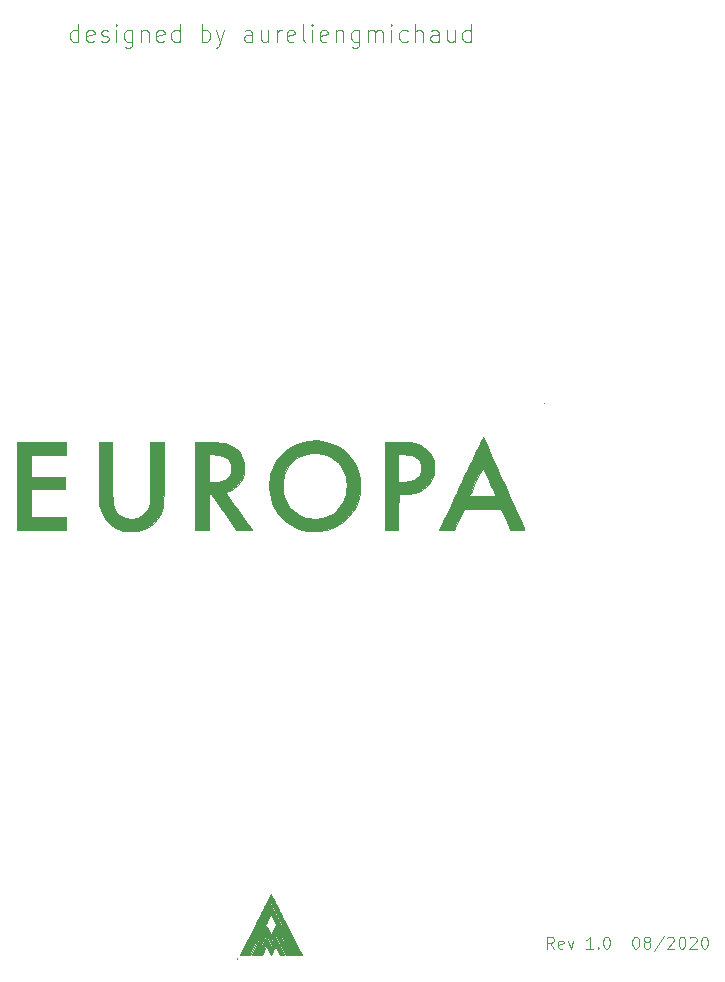
<source format=gto>
G04 #@! TF.GenerationSoftware,KiCad,Pcbnew,(5.1.6)-1*
G04 #@! TF.CreationDate,2020-08-20T21:51:45+02:00*
G04 #@! TF.ProjectId,europa,6575726f-7061-42e6-9b69-6361645f7063,rev?*
G04 #@! TF.SameCoordinates,Original*
G04 #@! TF.FileFunction,Legend,Top*
G04 #@! TF.FilePolarity,Positive*
%FSLAX46Y46*%
G04 Gerber Fmt 4.6, Leading zero omitted, Abs format (unit mm)*
G04 Created by KiCad (PCBNEW (5.1.6)-1) date 2020-08-20 21:51:45*
%MOMM*%
%LPD*%
G01*
G04 APERTURE LIST*
%ADD10C,0.100000*%
%ADD11C,0.125000*%
%ADD12C,0.010000*%
%ADD13C,1.702000*%
%ADD14R,1.702000X1.702000*%
%ADD15C,4.089800*%
%ADD16C,1.852000*%
%ADD17O,1.702000X1.702000*%
G04 APERTURE END LIST*
D10*
X133485714Y-133008630D02*
X133152380Y-132532440D01*
X132914285Y-133008630D02*
X132914285Y-132008630D01*
X133295238Y-132008630D01*
X133390476Y-132056250D01*
X133438095Y-132103869D01*
X133485714Y-132199107D01*
X133485714Y-132341964D01*
X133438095Y-132437202D01*
X133390476Y-132484821D01*
X133295238Y-132532440D01*
X132914285Y-132532440D01*
X134295238Y-132961011D02*
X134200000Y-133008630D01*
X134009523Y-133008630D01*
X133914285Y-132961011D01*
X133866666Y-132865773D01*
X133866666Y-132484821D01*
X133914285Y-132389583D01*
X134009523Y-132341964D01*
X134200000Y-132341964D01*
X134295238Y-132389583D01*
X134342857Y-132484821D01*
X134342857Y-132580059D01*
X133866666Y-132675297D01*
X134676190Y-132341964D02*
X134914285Y-133008630D01*
X135152380Y-132341964D01*
X136819047Y-133008630D02*
X136247619Y-133008630D01*
X136533333Y-133008630D02*
X136533333Y-132008630D01*
X136438095Y-132151488D01*
X136342857Y-132246726D01*
X136247619Y-132294345D01*
X137247619Y-132913392D02*
X137295238Y-132961011D01*
X137247619Y-133008630D01*
X137200000Y-132961011D01*
X137247619Y-132913392D01*
X137247619Y-133008630D01*
X137914285Y-132008630D02*
X138009523Y-132008630D01*
X138104761Y-132056250D01*
X138152380Y-132103869D01*
X138200000Y-132199107D01*
X138247619Y-132389583D01*
X138247619Y-132627678D01*
X138200000Y-132818154D01*
X138152380Y-132913392D01*
X138104761Y-132961011D01*
X138009523Y-133008630D01*
X137914285Y-133008630D01*
X137819047Y-132961011D01*
X137771428Y-132913392D01*
X137723809Y-132818154D01*
X137676190Y-132627678D01*
X137676190Y-132389583D01*
X137723809Y-132199107D01*
X137771428Y-132103869D01*
X137819047Y-132056250D01*
X137914285Y-132008630D01*
X140390476Y-132008630D02*
X140485714Y-132008630D01*
X140580952Y-132056250D01*
X140628571Y-132103869D01*
X140676190Y-132199107D01*
X140723809Y-132389583D01*
X140723809Y-132627678D01*
X140676190Y-132818154D01*
X140628571Y-132913392D01*
X140580952Y-132961011D01*
X140485714Y-133008630D01*
X140390476Y-133008630D01*
X140295238Y-132961011D01*
X140247619Y-132913392D01*
X140200000Y-132818154D01*
X140152380Y-132627678D01*
X140152380Y-132389583D01*
X140200000Y-132199107D01*
X140247619Y-132103869D01*
X140295238Y-132056250D01*
X140390476Y-132008630D01*
X141295238Y-132437202D02*
X141200000Y-132389583D01*
X141152380Y-132341964D01*
X141104761Y-132246726D01*
X141104761Y-132199107D01*
X141152380Y-132103869D01*
X141200000Y-132056250D01*
X141295238Y-132008630D01*
X141485714Y-132008630D01*
X141580952Y-132056250D01*
X141628571Y-132103869D01*
X141676190Y-132199107D01*
X141676190Y-132246726D01*
X141628571Y-132341964D01*
X141580952Y-132389583D01*
X141485714Y-132437202D01*
X141295238Y-132437202D01*
X141200000Y-132484821D01*
X141152380Y-132532440D01*
X141104761Y-132627678D01*
X141104761Y-132818154D01*
X141152380Y-132913392D01*
X141200000Y-132961011D01*
X141295238Y-133008630D01*
X141485714Y-133008630D01*
X141580952Y-132961011D01*
X141628571Y-132913392D01*
X141676190Y-132818154D01*
X141676190Y-132627678D01*
X141628571Y-132532440D01*
X141580952Y-132484821D01*
X141485714Y-132437202D01*
X142819047Y-131961011D02*
X141961904Y-133246726D01*
X143104761Y-132103869D02*
X143152380Y-132056250D01*
X143247619Y-132008630D01*
X143485714Y-132008630D01*
X143580952Y-132056250D01*
X143628571Y-132103869D01*
X143676190Y-132199107D01*
X143676190Y-132294345D01*
X143628571Y-132437202D01*
X143057142Y-133008630D01*
X143676190Y-133008630D01*
X144295238Y-132008630D02*
X144390476Y-132008630D01*
X144485714Y-132056250D01*
X144533333Y-132103869D01*
X144580952Y-132199107D01*
X144628571Y-132389583D01*
X144628571Y-132627678D01*
X144580952Y-132818154D01*
X144533333Y-132913392D01*
X144485714Y-132961011D01*
X144390476Y-133008630D01*
X144295238Y-133008630D01*
X144200000Y-132961011D01*
X144152380Y-132913392D01*
X144104761Y-132818154D01*
X144057142Y-132627678D01*
X144057142Y-132389583D01*
X144104761Y-132199107D01*
X144152380Y-132103869D01*
X144200000Y-132056250D01*
X144295238Y-132008630D01*
X145009523Y-132103869D02*
X145057142Y-132056250D01*
X145152380Y-132008630D01*
X145390476Y-132008630D01*
X145485714Y-132056250D01*
X145533333Y-132103869D01*
X145580952Y-132199107D01*
X145580952Y-132294345D01*
X145533333Y-132437202D01*
X144961904Y-133008630D01*
X145580952Y-133008630D01*
X146200000Y-132008630D02*
X146295238Y-132008630D01*
X146390476Y-132056250D01*
X146438095Y-132103869D01*
X146485714Y-132199107D01*
X146533333Y-132389583D01*
X146533333Y-132627678D01*
X146485714Y-132818154D01*
X146438095Y-132913392D01*
X146390476Y-132961011D01*
X146295238Y-133008630D01*
X146200000Y-133008630D01*
X146104761Y-132961011D01*
X146057142Y-132913392D01*
X146009523Y-132818154D01*
X145961904Y-132627678D01*
X145961904Y-132389583D01*
X146009523Y-132199107D01*
X146057142Y-132103869D01*
X146104761Y-132056250D01*
X146200000Y-132008630D01*
D11*
X93251785Y-56241071D02*
X93251785Y-54741071D01*
X93251785Y-56169642D02*
X93108928Y-56241071D01*
X92823214Y-56241071D01*
X92680357Y-56169642D01*
X92608928Y-56098214D01*
X92537500Y-55955357D01*
X92537500Y-55526785D01*
X92608928Y-55383928D01*
X92680357Y-55312500D01*
X92823214Y-55241071D01*
X93108928Y-55241071D01*
X93251785Y-55312500D01*
X94537500Y-56169642D02*
X94394642Y-56241071D01*
X94108928Y-56241071D01*
X93966071Y-56169642D01*
X93894642Y-56026785D01*
X93894642Y-55455357D01*
X93966071Y-55312500D01*
X94108928Y-55241071D01*
X94394642Y-55241071D01*
X94537500Y-55312500D01*
X94608928Y-55455357D01*
X94608928Y-55598214D01*
X93894642Y-55741071D01*
X95180357Y-56169642D02*
X95323214Y-56241071D01*
X95608928Y-56241071D01*
X95751785Y-56169642D01*
X95823214Y-56026785D01*
X95823214Y-55955357D01*
X95751785Y-55812500D01*
X95608928Y-55741071D01*
X95394642Y-55741071D01*
X95251785Y-55669642D01*
X95180357Y-55526785D01*
X95180357Y-55455357D01*
X95251785Y-55312500D01*
X95394642Y-55241071D01*
X95608928Y-55241071D01*
X95751785Y-55312500D01*
X96466071Y-56241071D02*
X96466071Y-55241071D01*
X96466071Y-54741071D02*
X96394642Y-54812500D01*
X96466071Y-54883928D01*
X96537500Y-54812500D01*
X96466071Y-54741071D01*
X96466071Y-54883928D01*
X97823214Y-55241071D02*
X97823214Y-56455357D01*
X97751785Y-56598214D01*
X97680357Y-56669642D01*
X97537500Y-56741071D01*
X97323214Y-56741071D01*
X97180357Y-56669642D01*
X97823214Y-56169642D02*
X97680357Y-56241071D01*
X97394642Y-56241071D01*
X97251785Y-56169642D01*
X97180357Y-56098214D01*
X97108928Y-55955357D01*
X97108928Y-55526785D01*
X97180357Y-55383928D01*
X97251785Y-55312500D01*
X97394642Y-55241071D01*
X97680357Y-55241071D01*
X97823214Y-55312500D01*
X98537500Y-55241071D02*
X98537500Y-56241071D01*
X98537500Y-55383928D02*
X98608928Y-55312500D01*
X98751785Y-55241071D01*
X98966071Y-55241071D01*
X99108928Y-55312500D01*
X99180357Y-55455357D01*
X99180357Y-56241071D01*
X100466071Y-56169642D02*
X100323214Y-56241071D01*
X100037500Y-56241071D01*
X99894642Y-56169642D01*
X99823214Y-56026785D01*
X99823214Y-55455357D01*
X99894642Y-55312500D01*
X100037500Y-55241071D01*
X100323214Y-55241071D01*
X100466071Y-55312500D01*
X100537500Y-55455357D01*
X100537500Y-55598214D01*
X99823214Y-55741071D01*
X101823214Y-56241071D02*
X101823214Y-54741071D01*
X101823214Y-56169642D02*
X101680357Y-56241071D01*
X101394642Y-56241071D01*
X101251785Y-56169642D01*
X101180357Y-56098214D01*
X101108928Y-55955357D01*
X101108928Y-55526785D01*
X101180357Y-55383928D01*
X101251785Y-55312500D01*
X101394642Y-55241071D01*
X101680357Y-55241071D01*
X101823214Y-55312500D01*
X103680357Y-56241071D02*
X103680357Y-54741071D01*
X103680357Y-55312500D02*
X103823214Y-55241071D01*
X104108928Y-55241071D01*
X104251785Y-55312500D01*
X104323214Y-55383928D01*
X104394642Y-55526785D01*
X104394642Y-55955357D01*
X104323214Y-56098214D01*
X104251785Y-56169642D01*
X104108928Y-56241071D01*
X103823214Y-56241071D01*
X103680357Y-56169642D01*
X104894642Y-55241071D02*
X105251785Y-56241071D01*
X105608928Y-55241071D02*
X105251785Y-56241071D01*
X105108928Y-56598214D01*
X105037500Y-56669642D01*
X104894642Y-56741071D01*
X107966071Y-56241071D02*
X107966071Y-55455357D01*
X107894642Y-55312500D01*
X107751785Y-55241071D01*
X107466071Y-55241071D01*
X107323214Y-55312500D01*
X107966071Y-56169642D02*
X107823214Y-56241071D01*
X107466071Y-56241071D01*
X107323214Y-56169642D01*
X107251785Y-56026785D01*
X107251785Y-55883928D01*
X107323214Y-55741071D01*
X107466071Y-55669642D01*
X107823214Y-55669642D01*
X107966071Y-55598214D01*
X109323214Y-55241071D02*
X109323214Y-56241071D01*
X108680357Y-55241071D02*
X108680357Y-56026785D01*
X108751785Y-56169642D01*
X108894642Y-56241071D01*
X109108928Y-56241071D01*
X109251785Y-56169642D01*
X109323214Y-56098214D01*
X110037500Y-56241071D02*
X110037500Y-55241071D01*
X110037500Y-55526785D02*
X110108928Y-55383928D01*
X110180357Y-55312500D01*
X110323214Y-55241071D01*
X110466071Y-55241071D01*
X111537500Y-56169642D02*
X111394642Y-56241071D01*
X111108928Y-56241071D01*
X110966071Y-56169642D01*
X110894642Y-56026785D01*
X110894642Y-55455357D01*
X110966071Y-55312500D01*
X111108928Y-55241071D01*
X111394642Y-55241071D01*
X111537500Y-55312500D01*
X111608928Y-55455357D01*
X111608928Y-55598214D01*
X110894642Y-55741071D01*
X112466071Y-56241071D02*
X112323214Y-56169642D01*
X112251785Y-56026785D01*
X112251785Y-54741071D01*
X113037500Y-56241071D02*
X113037500Y-55241071D01*
X113037500Y-54741071D02*
X112966071Y-54812500D01*
X113037500Y-54883928D01*
X113108928Y-54812500D01*
X113037500Y-54741071D01*
X113037500Y-54883928D01*
X114323214Y-56169642D02*
X114180357Y-56241071D01*
X113894642Y-56241071D01*
X113751785Y-56169642D01*
X113680357Y-56026785D01*
X113680357Y-55455357D01*
X113751785Y-55312500D01*
X113894642Y-55241071D01*
X114180357Y-55241071D01*
X114323214Y-55312500D01*
X114394642Y-55455357D01*
X114394642Y-55598214D01*
X113680357Y-55741071D01*
X115037500Y-55241071D02*
X115037500Y-56241071D01*
X115037500Y-55383928D02*
X115108928Y-55312500D01*
X115251785Y-55241071D01*
X115466071Y-55241071D01*
X115608928Y-55312500D01*
X115680357Y-55455357D01*
X115680357Y-56241071D01*
X117037500Y-55241071D02*
X117037500Y-56455357D01*
X116966071Y-56598214D01*
X116894642Y-56669642D01*
X116751785Y-56741071D01*
X116537500Y-56741071D01*
X116394642Y-56669642D01*
X117037500Y-56169642D02*
X116894642Y-56241071D01*
X116608928Y-56241071D01*
X116466071Y-56169642D01*
X116394642Y-56098214D01*
X116323214Y-55955357D01*
X116323214Y-55526785D01*
X116394642Y-55383928D01*
X116466071Y-55312500D01*
X116608928Y-55241071D01*
X116894642Y-55241071D01*
X117037500Y-55312500D01*
X117751785Y-56241071D02*
X117751785Y-55241071D01*
X117751785Y-55383928D02*
X117823214Y-55312500D01*
X117966071Y-55241071D01*
X118180357Y-55241071D01*
X118323214Y-55312500D01*
X118394642Y-55455357D01*
X118394642Y-56241071D01*
X118394642Y-55455357D02*
X118466071Y-55312500D01*
X118608928Y-55241071D01*
X118823214Y-55241071D01*
X118966071Y-55312500D01*
X119037500Y-55455357D01*
X119037500Y-56241071D01*
X119751785Y-56241071D02*
X119751785Y-55241071D01*
X119751785Y-54741071D02*
X119680357Y-54812500D01*
X119751785Y-54883928D01*
X119823214Y-54812500D01*
X119751785Y-54741071D01*
X119751785Y-54883928D01*
X121108928Y-56169642D02*
X120966071Y-56241071D01*
X120680357Y-56241071D01*
X120537500Y-56169642D01*
X120466071Y-56098214D01*
X120394642Y-55955357D01*
X120394642Y-55526785D01*
X120466071Y-55383928D01*
X120537500Y-55312500D01*
X120680357Y-55241071D01*
X120966071Y-55241071D01*
X121108928Y-55312500D01*
X121751785Y-56241071D02*
X121751785Y-54741071D01*
X122394642Y-56241071D02*
X122394642Y-55455357D01*
X122323214Y-55312500D01*
X122180357Y-55241071D01*
X121966071Y-55241071D01*
X121823214Y-55312500D01*
X121751785Y-55383928D01*
X123751785Y-56241071D02*
X123751785Y-55455357D01*
X123680357Y-55312500D01*
X123537500Y-55241071D01*
X123251785Y-55241071D01*
X123108928Y-55312500D01*
X123751785Y-56169642D02*
X123608928Y-56241071D01*
X123251785Y-56241071D01*
X123108928Y-56169642D01*
X123037500Y-56026785D01*
X123037500Y-55883928D01*
X123108928Y-55741071D01*
X123251785Y-55669642D01*
X123608928Y-55669642D01*
X123751785Y-55598214D01*
X125108928Y-55241071D02*
X125108928Y-56241071D01*
X124466071Y-55241071D02*
X124466071Y-56026785D01*
X124537500Y-56169642D01*
X124680357Y-56241071D01*
X124894642Y-56241071D01*
X125037500Y-56169642D01*
X125108928Y-56098214D01*
X126466071Y-56241071D02*
X126466071Y-54741071D01*
X126466071Y-56169642D02*
X126323214Y-56241071D01*
X126037500Y-56241071D01*
X125894642Y-56169642D01*
X125823214Y-56098214D01*
X125751785Y-55955357D01*
X125751785Y-55526785D01*
X125823214Y-55383928D01*
X125894642Y-55312500D01*
X126037500Y-55241071D01*
X126323214Y-55241071D01*
X126466071Y-55312500D01*
D12*
G36*
X106655577Y-133853116D02*
G01*
X106653135Y-133855558D01*
X106650693Y-133853116D01*
X106653135Y-133850673D01*
X106655577Y-133853116D01*
G37*
X106655577Y-133853116D02*
X106653135Y-133855558D01*
X106650693Y-133853116D01*
X106653135Y-133850673D01*
X106655577Y-133853116D01*
G36*
X109542706Y-128376010D02*
G01*
X109549167Y-128388893D01*
X109559756Y-128410033D01*
X109574353Y-128439191D01*
X109592839Y-128476126D01*
X109615092Y-128520599D01*
X109640994Y-128572369D01*
X109670423Y-128631197D01*
X109703261Y-128696841D01*
X109739386Y-128769062D01*
X109778678Y-128847620D01*
X109821018Y-128932275D01*
X109866286Y-129022786D01*
X109914361Y-129118914D01*
X109965123Y-129220418D01*
X110018452Y-129327058D01*
X110074228Y-129438594D01*
X110132332Y-129554786D01*
X110192642Y-129675394D01*
X110255039Y-129800177D01*
X110319403Y-129928896D01*
X110385613Y-130061310D01*
X110453550Y-130197180D01*
X110523094Y-130336264D01*
X110594124Y-130478324D01*
X110666520Y-130623118D01*
X110740162Y-130770407D01*
X110814930Y-130919951D01*
X110838718Y-130967529D01*
X112136117Y-133562481D01*
X111772203Y-133562481D01*
X110658515Y-131334729D01*
X110588965Y-131195614D01*
X110520501Y-131058692D01*
X110453255Y-130924222D01*
X110387355Y-130792463D01*
X110322933Y-130663676D01*
X110260118Y-130538120D01*
X110199039Y-130416053D01*
X110139828Y-130297736D01*
X110082614Y-130183428D01*
X110027526Y-130073389D01*
X109974695Y-129967877D01*
X109924251Y-129867152D01*
X109876324Y-129771474D01*
X109831044Y-129681102D01*
X109788541Y-129596296D01*
X109748944Y-129517315D01*
X109712384Y-129444418D01*
X109678991Y-129377865D01*
X109648894Y-129317915D01*
X109622224Y-129264828D01*
X109599111Y-129218863D01*
X109579684Y-129180279D01*
X109564074Y-129149337D01*
X109552410Y-129126295D01*
X109544823Y-129111413D01*
X109541443Y-129104950D01*
X109541273Y-129104682D01*
X109538889Y-129108864D01*
X109532268Y-129121527D01*
X109521542Y-129142413D01*
X109506840Y-129171262D01*
X109488291Y-129207816D01*
X109466026Y-129251817D01*
X109440174Y-129303005D01*
X109410866Y-129361123D01*
X109378231Y-129425912D01*
X109342399Y-129497112D01*
X109303500Y-129574466D01*
X109261663Y-129657714D01*
X109217020Y-129746599D01*
X109169698Y-129840861D01*
X109119829Y-129940242D01*
X109067542Y-130044483D01*
X109012967Y-130153326D01*
X108956234Y-130266513D01*
X108897472Y-130383783D01*
X108836812Y-130504880D01*
X108774384Y-130629543D01*
X108710316Y-130757516D01*
X108644740Y-130888538D01*
X108577785Y-131022352D01*
X108509580Y-131158699D01*
X108440256Y-131297319D01*
X108422699Y-131332433D01*
X107307678Y-133562481D01*
X106943771Y-133562481D01*
X108241719Y-130966578D01*
X108316831Y-130816359D01*
X108390854Y-130668325D01*
X108463669Y-130522716D01*
X108535156Y-130379771D01*
X108605195Y-130239730D01*
X108673665Y-130102834D01*
X108740447Y-129969322D01*
X108805420Y-129839433D01*
X108868466Y-129713408D01*
X108929462Y-129591487D01*
X108988290Y-129473910D01*
X109044830Y-129360915D01*
X109098961Y-129252744D01*
X109150563Y-129149636D01*
X109199516Y-129051831D01*
X109245701Y-128959568D01*
X109288996Y-128873088D01*
X109329283Y-128792631D01*
X109366441Y-128718436D01*
X109400350Y-128650743D01*
X109430890Y-128589792D01*
X109457941Y-128535823D01*
X109481382Y-128489076D01*
X109501095Y-128449790D01*
X109516958Y-128418206D01*
X109528852Y-128394563D01*
X109536656Y-128379102D01*
X109540252Y-128372061D01*
X109540494Y-128371626D01*
X109542706Y-128376010D01*
G37*
X109542706Y-128376010D02*
X109549167Y-128388893D01*
X109559756Y-128410033D01*
X109574353Y-128439191D01*
X109592839Y-128476126D01*
X109615092Y-128520599D01*
X109640994Y-128572369D01*
X109670423Y-128631197D01*
X109703261Y-128696841D01*
X109739386Y-128769062D01*
X109778678Y-128847620D01*
X109821018Y-128932275D01*
X109866286Y-129022786D01*
X109914361Y-129118914D01*
X109965123Y-129220418D01*
X110018452Y-129327058D01*
X110074228Y-129438594D01*
X110132332Y-129554786D01*
X110192642Y-129675394D01*
X110255039Y-129800177D01*
X110319403Y-129928896D01*
X110385613Y-130061310D01*
X110453550Y-130197180D01*
X110523094Y-130336264D01*
X110594124Y-130478324D01*
X110666520Y-130623118D01*
X110740162Y-130770407D01*
X110814930Y-130919951D01*
X110838718Y-130967529D01*
X112136117Y-133562481D01*
X111772203Y-133562481D01*
X110658515Y-131334729D01*
X110588965Y-131195614D01*
X110520501Y-131058692D01*
X110453255Y-130924222D01*
X110387355Y-130792463D01*
X110322933Y-130663676D01*
X110260118Y-130538120D01*
X110199039Y-130416053D01*
X110139828Y-130297736D01*
X110082614Y-130183428D01*
X110027526Y-130073389D01*
X109974695Y-129967877D01*
X109924251Y-129867152D01*
X109876324Y-129771474D01*
X109831044Y-129681102D01*
X109788541Y-129596296D01*
X109748944Y-129517315D01*
X109712384Y-129444418D01*
X109678991Y-129377865D01*
X109648894Y-129317915D01*
X109622224Y-129264828D01*
X109599111Y-129218863D01*
X109579684Y-129180279D01*
X109564074Y-129149337D01*
X109552410Y-129126295D01*
X109544823Y-129111413D01*
X109541443Y-129104950D01*
X109541273Y-129104682D01*
X109538889Y-129108864D01*
X109532268Y-129121527D01*
X109521542Y-129142413D01*
X109506840Y-129171262D01*
X109488291Y-129207816D01*
X109466026Y-129251817D01*
X109440174Y-129303005D01*
X109410866Y-129361123D01*
X109378231Y-129425912D01*
X109342399Y-129497112D01*
X109303500Y-129574466D01*
X109261663Y-129657714D01*
X109217020Y-129746599D01*
X109169698Y-129840861D01*
X109119829Y-129940242D01*
X109067542Y-130044483D01*
X109012967Y-130153326D01*
X108956234Y-130266513D01*
X108897472Y-130383783D01*
X108836812Y-130504880D01*
X108774384Y-130629543D01*
X108710316Y-130757516D01*
X108644740Y-130888538D01*
X108577785Y-131022352D01*
X108509580Y-131158699D01*
X108440256Y-131297319D01*
X108422699Y-131332433D01*
X107307678Y-133562481D01*
X106943771Y-133562481D01*
X108241719Y-130966578D01*
X108316831Y-130816359D01*
X108390854Y-130668325D01*
X108463669Y-130522716D01*
X108535156Y-130379771D01*
X108605195Y-130239730D01*
X108673665Y-130102834D01*
X108740447Y-129969322D01*
X108805420Y-129839433D01*
X108868466Y-129713408D01*
X108929462Y-129591487D01*
X108988290Y-129473910D01*
X109044830Y-129360915D01*
X109098961Y-129252744D01*
X109150563Y-129149636D01*
X109199516Y-129051831D01*
X109245701Y-128959568D01*
X109288996Y-128873088D01*
X109329283Y-128792631D01*
X109366441Y-128718436D01*
X109400350Y-128650743D01*
X109430890Y-128589792D01*
X109457941Y-128535823D01*
X109481382Y-128489076D01*
X109501095Y-128449790D01*
X109516958Y-128418206D01*
X109528852Y-128394563D01*
X109536656Y-128379102D01*
X109540252Y-128372061D01*
X109540494Y-128371626D01*
X109542706Y-128376010D01*
G36*
X110592917Y-131447445D02*
G01*
X110660577Y-131582727D01*
X110727133Y-131715816D01*
X110792453Y-131846444D01*
X110856402Y-131974344D01*
X110918848Y-132099249D01*
X110979657Y-132220894D01*
X111038696Y-132339010D01*
X111095832Y-132453330D01*
X111150931Y-132563589D01*
X111203861Y-132669519D01*
X111254487Y-132770853D01*
X111302677Y-132867325D01*
X111348298Y-132958667D01*
X111391215Y-133044613D01*
X111431296Y-133124896D01*
X111468408Y-133199248D01*
X111502417Y-133267404D01*
X111533189Y-133329095D01*
X111560593Y-133384056D01*
X111584493Y-133432020D01*
X111604758Y-133472719D01*
X111621254Y-133505887D01*
X111633847Y-133531256D01*
X111642405Y-133548561D01*
X111646793Y-133557534D01*
X111647383Y-133558818D01*
X111642741Y-133559647D01*
X111629402Y-133560411D01*
X111608440Y-133561087D01*
X111580928Y-133561654D01*
X111547938Y-133562090D01*
X111510544Y-133562372D01*
X111469818Y-133562480D01*
X111466925Y-133562481D01*
X111286195Y-133562481D01*
X110414289Y-131818673D01*
X110352812Y-131695733D01*
X110292442Y-131575028D01*
X110233324Y-131456851D01*
X110175605Y-131341493D01*
X110119432Y-131229250D01*
X110064952Y-131120412D01*
X110012311Y-131015273D01*
X109961658Y-130914126D01*
X109913137Y-130817264D01*
X109866897Y-130724979D01*
X109823084Y-130637565D01*
X109781844Y-130555313D01*
X109743326Y-130478518D01*
X109707674Y-130407471D01*
X109675038Y-130342466D01*
X109645562Y-130283795D01*
X109619394Y-130231751D01*
X109596681Y-130186628D01*
X109577570Y-130148717D01*
X109562207Y-130118312D01*
X109550739Y-130095706D01*
X109543313Y-130081191D01*
X109540077Y-130075060D01*
X109539942Y-130074866D01*
X109537610Y-130079186D01*
X109531058Y-130091953D01*
X109520432Y-130112873D01*
X109505881Y-130141654D01*
X109487550Y-130178002D01*
X109465586Y-130221625D01*
X109440136Y-130272230D01*
X109411348Y-130329524D01*
X109379367Y-130393214D01*
X109344341Y-130463008D01*
X109306416Y-130538613D01*
X109265739Y-130619735D01*
X109222458Y-130706083D01*
X109176719Y-130797362D01*
X109128668Y-130893281D01*
X109078453Y-130993547D01*
X109026221Y-131097866D01*
X108972117Y-131205946D01*
X108916290Y-131317494D01*
X108858886Y-131432217D01*
X108800051Y-131549823D01*
X108739933Y-131670018D01*
X108678678Y-131792510D01*
X108665596Y-131818673D01*
X107793690Y-133562481D01*
X107427344Y-133562481D01*
X108483033Y-131451108D01*
X109538721Y-129339735D01*
X110592917Y-131447445D01*
G37*
X110592917Y-131447445D02*
X110660577Y-131582727D01*
X110727133Y-131715816D01*
X110792453Y-131846444D01*
X110856402Y-131974344D01*
X110918848Y-132099249D01*
X110979657Y-132220894D01*
X111038696Y-132339010D01*
X111095832Y-132453330D01*
X111150931Y-132563589D01*
X111203861Y-132669519D01*
X111254487Y-132770853D01*
X111302677Y-132867325D01*
X111348298Y-132958667D01*
X111391215Y-133044613D01*
X111431296Y-133124896D01*
X111468408Y-133199248D01*
X111502417Y-133267404D01*
X111533189Y-133329095D01*
X111560593Y-133384056D01*
X111584493Y-133432020D01*
X111604758Y-133472719D01*
X111621254Y-133505887D01*
X111633847Y-133531256D01*
X111642405Y-133548561D01*
X111646793Y-133557534D01*
X111647383Y-133558818D01*
X111642741Y-133559647D01*
X111629402Y-133560411D01*
X111608440Y-133561087D01*
X111580928Y-133561654D01*
X111547938Y-133562090D01*
X111510544Y-133562372D01*
X111469818Y-133562480D01*
X111466925Y-133562481D01*
X111286195Y-133562481D01*
X110414289Y-131818673D01*
X110352812Y-131695733D01*
X110292442Y-131575028D01*
X110233324Y-131456851D01*
X110175605Y-131341493D01*
X110119432Y-131229250D01*
X110064952Y-131120412D01*
X110012311Y-131015273D01*
X109961658Y-130914126D01*
X109913137Y-130817264D01*
X109866897Y-130724979D01*
X109823084Y-130637565D01*
X109781844Y-130555313D01*
X109743326Y-130478518D01*
X109707674Y-130407471D01*
X109675038Y-130342466D01*
X109645562Y-130283795D01*
X109619394Y-130231751D01*
X109596681Y-130186628D01*
X109577570Y-130148717D01*
X109562207Y-130118312D01*
X109550739Y-130095706D01*
X109543313Y-130081191D01*
X109540077Y-130075060D01*
X109539942Y-130074866D01*
X109537610Y-130079186D01*
X109531058Y-130091953D01*
X109520432Y-130112873D01*
X109505881Y-130141654D01*
X109487550Y-130178002D01*
X109465586Y-130221625D01*
X109440136Y-130272230D01*
X109411348Y-130329524D01*
X109379367Y-130393214D01*
X109344341Y-130463008D01*
X109306416Y-130538613D01*
X109265739Y-130619735D01*
X109222458Y-130706083D01*
X109176719Y-130797362D01*
X109128668Y-130893281D01*
X109078453Y-130993547D01*
X109026221Y-131097866D01*
X108972117Y-131205946D01*
X108916290Y-131317494D01*
X108858886Y-131432217D01*
X108800051Y-131549823D01*
X108739933Y-131670018D01*
X108678678Y-131792510D01*
X108665596Y-131818673D01*
X107793690Y-133562481D01*
X107427344Y-133562481D01*
X108483033Y-131451108D01*
X109538721Y-129339735D01*
X110592917Y-131447445D01*
G36*
X109344060Y-131475754D02*
G01*
X109372769Y-131533065D01*
X109400270Y-131587765D01*
X109426249Y-131639237D01*
X109450388Y-131686865D01*
X109472372Y-131730031D01*
X109491884Y-131768117D01*
X109508608Y-131800507D01*
X109522229Y-131826582D01*
X109532428Y-131845726D01*
X109538892Y-131857322D01*
X109541278Y-131860786D01*
X109543943Y-131856172D01*
X109550643Y-131843444D01*
X109561059Y-131823236D01*
X109574872Y-131796178D01*
X109591762Y-131762902D01*
X109611409Y-131724041D01*
X109633495Y-131680226D01*
X109657699Y-131632089D01*
X109683703Y-131580261D01*
X109711186Y-131525375D01*
X109735302Y-131477127D01*
X109763755Y-131420212D01*
X109790977Y-131365868D01*
X109816651Y-131314721D01*
X109840459Y-131267398D01*
X109862086Y-131224525D01*
X109881212Y-131186729D01*
X109897523Y-131154637D01*
X109910699Y-131128876D01*
X109920425Y-131110073D01*
X109926383Y-131098855D01*
X109928249Y-131095750D01*
X109930612Y-131100062D01*
X109937165Y-131112765D01*
X109947735Y-131133511D01*
X109962146Y-131161951D01*
X109980224Y-131197739D01*
X110001794Y-131240524D01*
X110026680Y-131289960D01*
X110054709Y-131345697D01*
X110085705Y-131407389D01*
X110119493Y-131474686D01*
X110155899Y-131547240D01*
X110194749Y-131624703D01*
X110235866Y-131706726D01*
X110279076Y-131792963D01*
X110324206Y-131883064D01*
X110371078Y-131976680D01*
X110419520Y-132073465D01*
X110469356Y-132173070D01*
X110520411Y-132275146D01*
X110547398Y-132329116D01*
X111164075Y-133562481D01*
X110800151Y-133562481D01*
X110365443Y-132693019D01*
X110322185Y-132606524D01*
X110280082Y-132522385D01*
X110239342Y-132441018D01*
X110200174Y-132362838D01*
X110162787Y-132288259D01*
X110127389Y-132217696D01*
X110094188Y-132151565D01*
X110063394Y-132090279D01*
X110035215Y-132034253D01*
X110009858Y-131983903D01*
X109987534Y-131939644D01*
X109968450Y-131901889D01*
X109952815Y-131871054D01*
X109940838Y-131847553D01*
X109932727Y-131831802D01*
X109928690Y-131824214D01*
X109928266Y-131823558D01*
X109925766Y-131827826D01*
X109919223Y-131840213D01*
X109908953Y-131860098D01*
X109895269Y-131886858D01*
X109878489Y-131919868D01*
X109858927Y-131958507D01*
X109836899Y-132002152D01*
X109812720Y-132050180D01*
X109786705Y-132101967D01*
X109759171Y-132156891D01*
X109732860Y-132209471D01*
X109539922Y-132595385D01*
X109347015Y-132209471D01*
X109318368Y-132152218D01*
X109290951Y-132097530D01*
X109265081Y-132046031D01*
X109241071Y-131998343D01*
X109219239Y-131955091D01*
X109199898Y-131916896D01*
X109183365Y-131884382D01*
X109169954Y-131858171D01*
X109159982Y-131838886D01*
X109153763Y-131827151D01*
X109151629Y-131823558D01*
X109149232Y-131827859D01*
X109142680Y-131840485D01*
X109132180Y-131861022D01*
X109117941Y-131889055D01*
X109100173Y-131924169D01*
X109079083Y-131965948D01*
X109054880Y-132013980D01*
X109027773Y-132067848D01*
X108997970Y-132127138D01*
X108965679Y-132191435D01*
X108931110Y-132260324D01*
X108894471Y-132333390D01*
X108855971Y-132410220D01*
X108815817Y-132490397D01*
X108774219Y-132573507D01*
X108731385Y-132659136D01*
X108714443Y-132693019D01*
X108279734Y-133562481D01*
X108097771Y-133562481D01*
X108056711Y-133562386D01*
X108018906Y-133562116D01*
X107985423Y-133561693D01*
X107957334Y-133561138D01*
X107935706Y-133560472D01*
X107921610Y-133559718D01*
X107916114Y-133558896D01*
X107916078Y-133558818D01*
X107918259Y-133554198D01*
X107924637Y-133541192D01*
X107935040Y-133520149D01*
X107949293Y-133491418D01*
X107967221Y-133455349D01*
X107988650Y-133412291D01*
X108013406Y-133362593D01*
X108041314Y-133306605D01*
X108072201Y-133244677D01*
X108105891Y-133177156D01*
X108142210Y-133104394D01*
X108180984Y-133026740D01*
X108222039Y-132944542D01*
X108265201Y-132858150D01*
X108310294Y-132767913D01*
X108357144Y-132674182D01*
X108405578Y-132577305D01*
X108455421Y-132477632D01*
X108506499Y-132375511D01*
X108533370Y-132321797D01*
X109150390Y-131088439D01*
X109344060Y-131475754D01*
G37*
X109344060Y-131475754D02*
X109372769Y-131533065D01*
X109400270Y-131587765D01*
X109426249Y-131639237D01*
X109450388Y-131686865D01*
X109472372Y-131730031D01*
X109491884Y-131768117D01*
X109508608Y-131800507D01*
X109522229Y-131826582D01*
X109532428Y-131845726D01*
X109538892Y-131857322D01*
X109541278Y-131860786D01*
X109543943Y-131856172D01*
X109550643Y-131843444D01*
X109561059Y-131823236D01*
X109574872Y-131796178D01*
X109591762Y-131762902D01*
X109611409Y-131724041D01*
X109633495Y-131680226D01*
X109657699Y-131632089D01*
X109683703Y-131580261D01*
X109711186Y-131525375D01*
X109735302Y-131477127D01*
X109763755Y-131420212D01*
X109790977Y-131365868D01*
X109816651Y-131314721D01*
X109840459Y-131267398D01*
X109862086Y-131224525D01*
X109881212Y-131186729D01*
X109897523Y-131154637D01*
X109910699Y-131128876D01*
X109920425Y-131110073D01*
X109926383Y-131098855D01*
X109928249Y-131095750D01*
X109930612Y-131100062D01*
X109937165Y-131112765D01*
X109947735Y-131133511D01*
X109962146Y-131161951D01*
X109980224Y-131197739D01*
X110001794Y-131240524D01*
X110026680Y-131289960D01*
X110054709Y-131345697D01*
X110085705Y-131407389D01*
X110119493Y-131474686D01*
X110155899Y-131547240D01*
X110194749Y-131624703D01*
X110235866Y-131706726D01*
X110279076Y-131792963D01*
X110324206Y-131883064D01*
X110371078Y-131976680D01*
X110419520Y-132073465D01*
X110469356Y-132173070D01*
X110520411Y-132275146D01*
X110547398Y-132329116D01*
X111164075Y-133562481D01*
X110800151Y-133562481D01*
X110365443Y-132693019D01*
X110322185Y-132606524D01*
X110280082Y-132522385D01*
X110239342Y-132441018D01*
X110200174Y-132362838D01*
X110162787Y-132288259D01*
X110127389Y-132217696D01*
X110094188Y-132151565D01*
X110063394Y-132090279D01*
X110035215Y-132034253D01*
X110009858Y-131983903D01*
X109987534Y-131939644D01*
X109968450Y-131901889D01*
X109952815Y-131871054D01*
X109940838Y-131847553D01*
X109932727Y-131831802D01*
X109928690Y-131824214D01*
X109928266Y-131823558D01*
X109925766Y-131827826D01*
X109919223Y-131840213D01*
X109908953Y-131860098D01*
X109895269Y-131886858D01*
X109878489Y-131919868D01*
X109858927Y-131958507D01*
X109836899Y-132002152D01*
X109812720Y-132050180D01*
X109786705Y-132101967D01*
X109759171Y-132156891D01*
X109732860Y-132209471D01*
X109539922Y-132595385D01*
X109347015Y-132209471D01*
X109318368Y-132152218D01*
X109290951Y-132097530D01*
X109265081Y-132046031D01*
X109241071Y-131998343D01*
X109219239Y-131955091D01*
X109199898Y-131916896D01*
X109183365Y-131884382D01*
X109169954Y-131858171D01*
X109159982Y-131838886D01*
X109153763Y-131827151D01*
X109151629Y-131823558D01*
X109149232Y-131827859D01*
X109142680Y-131840485D01*
X109132180Y-131861022D01*
X109117941Y-131889055D01*
X109100173Y-131924169D01*
X109079083Y-131965948D01*
X109054880Y-132013980D01*
X109027773Y-132067848D01*
X108997970Y-132127138D01*
X108965679Y-132191435D01*
X108931110Y-132260324D01*
X108894471Y-132333390D01*
X108855971Y-132410220D01*
X108815817Y-132490397D01*
X108774219Y-132573507D01*
X108731385Y-132659136D01*
X108714443Y-132693019D01*
X108279734Y-133562481D01*
X108097771Y-133562481D01*
X108056711Y-133562386D01*
X108018906Y-133562116D01*
X107985423Y-133561693D01*
X107957334Y-133561138D01*
X107935706Y-133560472D01*
X107921610Y-133559718D01*
X107916114Y-133558896D01*
X107916078Y-133558818D01*
X107918259Y-133554198D01*
X107924637Y-133541192D01*
X107935040Y-133520149D01*
X107949293Y-133491418D01*
X107967221Y-133455349D01*
X107988650Y-133412291D01*
X108013406Y-133362593D01*
X108041314Y-133306605D01*
X108072201Y-133244677D01*
X108105891Y-133177156D01*
X108142210Y-133104394D01*
X108180984Y-133026740D01*
X108222039Y-132944542D01*
X108265201Y-132858150D01*
X108310294Y-132767913D01*
X108357144Y-132674182D01*
X108405578Y-132577305D01*
X108455421Y-132477632D01*
X108506499Y-132375511D01*
X108533370Y-132321797D01*
X109150390Y-131088439D01*
X109344060Y-131475754D01*
G36*
X110301333Y-132809032D02*
G01*
X110341428Y-132889235D01*
X110380328Y-132967074D01*
X110417810Y-133042102D01*
X110453648Y-133113870D01*
X110487621Y-133181929D01*
X110519505Y-133245829D01*
X110549075Y-133305124D01*
X110576108Y-133359362D01*
X110600381Y-133408097D01*
X110621670Y-133450880D01*
X110639751Y-133487261D01*
X110654400Y-133516792D01*
X110665395Y-133539024D01*
X110672511Y-133553508D01*
X110675525Y-133559796D01*
X110675616Y-133560032D01*
X110670910Y-133560587D01*
X110657511Y-133561097D01*
X110636492Y-133561549D01*
X110608930Y-133561928D01*
X110575898Y-133562220D01*
X110538473Y-133562408D01*
X110497729Y-133562481D01*
X110314146Y-133562481D01*
X110122443Y-133179039D01*
X110093886Y-133121973D01*
X110066559Y-133067475D01*
X110040781Y-133016170D01*
X110016866Y-132968683D01*
X109995132Y-132925638D01*
X109975895Y-132887661D01*
X109959472Y-132855376D01*
X109946179Y-132829408D01*
X109936333Y-132810382D01*
X109930249Y-132798924D01*
X109928259Y-132795596D01*
X109925757Y-132799864D01*
X109919217Y-132812250D01*
X109908957Y-132832128D01*
X109895293Y-132858869D01*
X109878543Y-132891849D01*
X109859023Y-132930439D01*
X109837051Y-132974014D01*
X109812945Y-133021945D01*
X109787020Y-133073608D01*
X109759595Y-133128374D01*
X109735302Y-133176973D01*
X109706819Y-133233949D01*
X109679545Y-133288400D01*
X109653801Y-133339695D01*
X109629906Y-133387200D01*
X109608179Y-133430285D01*
X109588940Y-133468317D01*
X109572509Y-133500665D01*
X109559204Y-133526697D01*
X109549346Y-133545782D01*
X109543254Y-133557286D01*
X109541278Y-133560632D01*
X109538621Y-133556706D01*
X109531929Y-133544650D01*
X109521519Y-133525081D01*
X109507708Y-133498617D01*
X109490811Y-133465876D01*
X109471145Y-133427474D01*
X109449025Y-133384028D01*
X109424769Y-133336157D01*
X109398692Y-133284478D01*
X109371111Y-133229607D01*
X109344057Y-133175595D01*
X109150384Y-132788274D01*
X108956851Y-133175377D01*
X108763317Y-133562481D01*
X108399378Y-133562481D01*
X108773589Y-132813914D01*
X108813687Y-132733711D01*
X108852608Y-132655879D01*
X108890127Y-132580867D01*
X108926021Y-132509122D01*
X108960064Y-132441093D01*
X108992031Y-132377228D01*
X109021700Y-132317975D01*
X109048843Y-132263783D01*
X109073238Y-132215101D01*
X109094660Y-132172376D01*
X109112883Y-132136057D01*
X109127684Y-132106592D01*
X109138838Y-132084430D01*
X109146120Y-132070018D01*
X109149306Y-132063806D01*
X109149432Y-132063587D01*
X109151806Y-132067590D01*
X109158225Y-132079718D01*
X109168378Y-132099353D01*
X109181951Y-132125879D01*
X109198632Y-132158675D01*
X109218107Y-132197126D01*
X109240064Y-132240614D01*
X109264190Y-132288520D01*
X109290171Y-132340227D01*
X109317695Y-132395117D01*
X109344893Y-132449459D01*
X109538721Y-132837091D01*
X109732886Y-132448786D01*
X109927051Y-132060480D01*
X110301333Y-132809032D01*
G37*
X110301333Y-132809032D02*
X110341428Y-132889235D01*
X110380328Y-132967074D01*
X110417810Y-133042102D01*
X110453648Y-133113870D01*
X110487621Y-133181929D01*
X110519505Y-133245829D01*
X110549075Y-133305124D01*
X110576108Y-133359362D01*
X110600381Y-133408097D01*
X110621670Y-133450880D01*
X110639751Y-133487261D01*
X110654400Y-133516792D01*
X110665395Y-133539024D01*
X110672511Y-133553508D01*
X110675525Y-133559796D01*
X110675616Y-133560032D01*
X110670910Y-133560587D01*
X110657511Y-133561097D01*
X110636492Y-133561549D01*
X110608930Y-133561928D01*
X110575898Y-133562220D01*
X110538473Y-133562408D01*
X110497729Y-133562481D01*
X110314146Y-133562481D01*
X110122443Y-133179039D01*
X110093886Y-133121973D01*
X110066559Y-133067475D01*
X110040781Y-133016170D01*
X110016866Y-132968683D01*
X109995132Y-132925638D01*
X109975895Y-132887661D01*
X109959472Y-132855376D01*
X109946179Y-132829408D01*
X109936333Y-132810382D01*
X109930249Y-132798924D01*
X109928259Y-132795596D01*
X109925757Y-132799864D01*
X109919217Y-132812250D01*
X109908957Y-132832128D01*
X109895293Y-132858869D01*
X109878543Y-132891849D01*
X109859023Y-132930439D01*
X109837051Y-132974014D01*
X109812945Y-133021945D01*
X109787020Y-133073608D01*
X109759595Y-133128374D01*
X109735302Y-133176973D01*
X109706819Y-133233949D01*
X109679545Y-133288400D01*
X109653801Y-133339695D01*
X109629906Y-133387200D01*
X109608179Y-133430285D01*
X109588940Y-133468317D01*
X109572509Y-133500665D01*
X109559204Y-133526697D01*
X109549346Y-133545782D01*
X109543254Y-133557286D01*
X109541278Y-133560632D01*
X109538621Y-133556706D01*
X109531929Y-133544650D01*
X109521519Y-133525081D01*
X109507708Y-133498617D01*
X109490811Y-133465876D01*
X109471145Y-133427474D01*
X109449025Y-133384028D01*
X109424769Y-133336157D01*
X109398692Y-133284478D01*
X109371111Y-133229607D01*
X109344057Y-133175595D01*
X109150384Y-132788274D01*
X108956851Y-133175377D01*
X108763317Y-133562481D01*
X108399378Y-133562481D01*
X108773589Y-132813914D01*
X108813687Y-132733711D01*
X108852608Y-132655879D01*
X108890127Y-132580867D01*
X108926021Y-132509122D01*
X108960064Y-132441093D01*
X108992031Y-132377228D01*
X109021700Y-132317975D01*
X109048843Y-132263783D01*
X109073238Y-132215101D01*
X109094660Y-132172376D01*
X109112883Y-132136057D01*
X109127684Y-132106592D01*
X109138838Y-132084430D01*
X109146120Y-132070018D01*
X109149306Y-132063806D01*
X109149432Y-132063587D01*
X109151806Y-132067590D01*
X109158225Y-132079718D01*
X109168378Y-132099353D01*
X109181951Y-132125879D01*
X109198632Y-132158675D01*
X109218107Y-132197126D01*
X109240064Y-132240614D01*
X109264190Y-132288520D01*
X109290171Y-132340227D01*
X109317695Y-132395117D01*
X109344893Y-132449459D01*
X109538721Y-132837091D01*
X109732886Y-132448786D01*
X109927051Y-132060480D01*
X110301333Y-132809032D01*
G36*
X132693833Y-86825666D02*
G01*
X132672666Y-86846833D01*
X132651500Y-86825666D01*
X132672666Y-86804500D01*
X132693833Y-86825666D01*
G37*
X132693833Y-86825666D02*
X132672666Y-86846833D01*
X132651500Y-86825666D01*
X132672666Y-86804500D01*
X132693833Y-86825666D01*
G36*
X127522636Y-89730390D02*
G01*
X127572510Y-89837511D01*
X127651203Y-90009425D01*
X127755905Y-90239856D01*
X127883807Y-90522525D01*
X128032100Y-90851157D01*
X128197974Y-91219474D01*
X128378621Y-91621200D01*
X128571231Y-92050058D01*
X128772994Y-92499771D01*
X128981101Y-92964062D01*
X129192744Y-93436653D01*
X129405113Y-93911269D01*
X129615399Y-94381633D01*
X129820792Y-94841467D01*
X130018483Y-95284494D01*
X130205663Y-95704438D01*
X130379523Y-96095022D01*
X130537253Y-96449968D01*
X130676044Y-96763001D01*
X130793088Y-97027843D01*
X130885573Y-97238217D01*
X130950693Y-97387846D01*
X130985636Y-97470454D01*
X130990819Y-97484277D01*
X130993147Y-97513652D01*
X130973472Y-97533773D01*
X130919502Y-97545970D01*
X130818946Y-97551568D01*
X130659513Y-97551895D01*
X130428913Y-97548279D01*
X130402777Y-97547777D01*
X129794554Y-97536000D01*
X129405458Y-96647000D01*
X129016361Y-95758000D01*
X125858427Y-95758000D01*
X125451904Y-96647000D01*
X125045382Y-97536000D01*
X124426029Y-97547706D01*
X123806676Y-97559413D01*
X123968758Y-97209040D01*
X124022092Y-97094384D01*
X124105341Y-96916265D01*
X124215534Y-96680994D01*
X124349701Y-96394886D01*
X124504872Y-96064253D01*
X124678076Y-95695408D01*
X124866344Y-95294664D01*
X125066705Y-94868334D01*
X125164928Y-94659398D01*
X126343833Y-94659398D01*
X126384313Y-94664522D01*
X126498345Y-94669127D01*
X126674812Y-94673020D01*
X126902601Y-94676008D01*
X127170596Y-94677897D01*
X127444500Y-94678500D01*
X127739778Y-94678014D01*
X128005127Y-94676646D01*
X128229432Y-94674529D01*
X128401576Y-94671796D01*
X128510445Y-94668580D01*
X128545166Y-94665294D01*
X128528633Y-94616774D01*
X128482419Y-94504078D01*
X128411605Y-94338512D01*
X128321272Y-94131379D01*
X128216498Y-93893985D01*
X128102363Y-93637633D01*
X127983949Y-93373627D01*
X127866335Y-93113274D01*
X127754600Y-92867876D01*
X127653826Y-92648737D01*
X127569091Y-92467164D01*
X127505477Y-92334459D01*
X127468062Y-92261927D01*
X127460560Y-92251754D01*
X127438131Y-92289856D01*
X127385950Y-92393745D01*
X127309261Y-92552111D01*
X127213309Y-92753647D01*
X127103339Y-92987044D01*
X126984597Y-93240994D01*
X126862328Y-93504188D01*
X126741776Y-93765318D01*
X126628187Y-94013076D01*
X126526805Y-94236153D01*
X126442877Y-94423241D01*
X126381647Y-94563031D01*
X126348360Y-94644216D01*
X126343833Y-94659398D01*
X125164928Y-94659398D01*
X125276188Y-94422732D01*
X125491824Y-93964170D01*
X125710642Y-93498962D01*
X125929672Y-93033420D01*
X126145943Y-92573858D01*
X126356486Y-92126588D01*
X126558330Y-91697925D01*
X126748505Y-91294180D01*
X126924041Y-90921667D01*
X127081967Y-90586699D01*
X127219312Y-90295589D01*
X127333108Y-90054650D01*
X127420383Y-89870196D01*
X127478168Y-89748539D01*
X127503491Y-89695992D01*
X127504389Y-89694340D01*
X127522636Y-89730390D01*
G37*
X127522636Y-89730390D02*
X127572510Y-89837511D01*
X127651203Y-90009425D01*
X127755905Y-90239856D01*
X127883807Y-90522525D01*
X128032100Y-90851157D01*
X128197974Y-91219474D01*
X128378621Y-91621200D01*
X128571231Y-92050058D01*
X128772994Y-92499771D01*
X128981101Y-92964062D01*
X129192744Y-93436653D01*
X129405113Y-93911269D01*
X129615399Y-94381633D01*
X129820792Y-94841467D01*
X130018483Y-95284494D01*
X130205663Y-95704438D01*
X130379523Y-96095022D01*
X130537253Y-96449968D01*
X130676044Y-96763001D01*
X130793088Y-97027843D01*
X130885573Y-97238217D01*
X130950693Y-97387846D01*
X130985636Y-97470454D01*
X130990819Y-97484277D01*
X130993147Y-97513652D01*
X130973472Y-97533773D01*
X130919502Y-97545970D01*
X130818946Y-97551568D01*
X130659513Y-97551895D01*
X130428913Y-97548279D01*
X130402777Y-97547777D01*
X129794554Y-97536000D01*
X129405458Y-96647000D01*
X129016361Y-95758000D01*
X125858427Y-95758000D01*
X125451904Y-96647000D01*
X125045382Y-97536000D01*
X124426029Y-97547706D01*
X123806676Y-97559413D01*
X123968758Y-97209040D01*
X124022092Y-97094384D01*
X124105341Y-96916265D01*
X124215534Y-96680994D01*
X124349701Y-96394886D01*
X124504872Y-96064253D01*
X124678076Y-95695408D01*
X124866344Y-95294664D01*
X125066705Y-94868334D01*
X125164928Y-94659398D01*
X126343833Y-94659398D01*
X126384313Y-94664522D01*
X126498345Y-94669127D01*
X126674812Y-94673020D01*
X126902601Y-94676008D01*
X127170596Y-94677897D01*
X127444500Y-94678500D01*
X127739778Y-94678014D01*
X128005127Y-94676646D01*
X128229432Y-94674529D01*
X128401576Y-94671796D01*
X128510445Y-94668580D01*
X128545166Y-94665294D01*
X128528633Y-94616774D01*
X128482419Y-94504078D01*
X128411605Y-94338512D01*
X128321272Y-94131379D01*
X128216498Y-93893985D01*
X128102363Y-93637633D01*
X127983949Y-93373627D01*
X127866335Y-93113274D01*
X127754600Y-92867876D01*
X127653826Y-92648737D01*
X127569091Y-92467164D01*
X127505477Y-92334459D01*
X127468062Y-92261927D01*
X127460560Y-92251754D01*
X127438131Y-92289856D01*
X127385950Y-92393745D01*
X127309261Y-92552111D01*
X127213309Y-92753647D01*
X127103339Y-92987044D01*
X126984597Y-93240994D01*
X126862328Y-93504188D01*
X126741776Y-93765318D01*
X126628187Y-94013076D01*
X126526805Y-94236153D01*
X126442877Y-94423241D01*
X126381647Y-94563031D01*
X126348360Y-94644216D01*
X126343833Y-94659398D01*
X125164928Y-94659398D01*
X125276188Y-94422732D01*
X125491824Y-93964170D01*
X125710642Y-93498962D01*
X125929672Y-93033420D01*
X126145943Y-92573858D01*
X126356486Y-92126588D01*
X126558330Y-91697925D01*
X126748505Y-91294180D01*
X126924041Y-90921667D01*
X127081967Y-90586699D01*
X127219312Y-90295589D01*
X127333108Y-90054650D01*
X127420383Y-89870196D01*
X127478168Y-89748539D01*
X127503491Y-89695992D01*
X127504389Y-89694340D01*
X127522636Y-89730390D01*
G36*
X120321916Y-90119679D02*
G01*
X120634218Y-90127627D01*
X120928255Y-90137749D01*
X121190465Y-90149371D01*
X121407288Y-90161821D01*
X121565162Y-90174427D01*
X121645419Y-90185302D01*
X122075709Y-90317746D01*
X122450809Y-90513586D01*
X122769113Y-90771477D01*
X123029015Y-91090072D01*
X123228910Y-91468026D01*
X123255961Y-91535862D01*
X123316267Y-91754127D01*
X123356738Y-92024120D01*
X123375335Y-92314790D01*
X123370021Y-92595091D01*
X123340592Y-92825313D01*
X123218700Y-93210329D01*
X123023520Y-93559244D01*
X122761152Y-93865382D01*
X122437697Y-94122068D01*
X122059255Y-94322628D01*
X121924319Y-94375011D01*
X121786326Y-94419714D01*
X121649904Y-94452077D01*
X121494446Y-94474987D01*
X121299341Y-94491334D01*
X121043980Y-94504008D01*
X120988666Y-94506174D01*
X120353666Y-94530333D01*
X120342548Y-96043750D01*
X120331430Y-97557166D01*
X119189500Y-97557166D01*
X119189500Y-91164833D01*
X120332500Y-91164833D01*
X120332500Y-93493166D01*
X120681750Y-93492431D01*
X120894478Y-93483996D01*
X121119642Y-93462554D01*
X121309316Y-93432701D01*
X121313099Y-93431906D01*
X121544281Y-93373499D01*
X121719415Y-93302849D01*
X121867105Y-93205933D01*
X121979471Y-93105223D01*
X122155609Y-92875554D01*
X122257908Y-92605822D01*
X122285439Y-92355310D01*
X122255235Y-92034971D01*
X122160627Y-91765996D01*
X122000587Y-91547620D01*
X121774087Y-91379080D01*
X121480100Y-91259611D01*
X121117600Y-91188450D01*
X120685558Y-91164833D01*
X120332500Y-91164833D01*
X119189500Y-91164833D01*
X119189500Y-90095960D01*
X120321916Y-90119679D01*
G37*
X120321916Y-90119679D02*
X120634218Y-90127627D01*
X120928255Y-90137749D01*
X121190465Y-90149371D01*
X121407288Y-90161821D01*
X121565162Y-90174427D01*
X121645419Y-90185302D01*
X122075709Y-90317746D01*
X122450809Y-90513586D01*
X122769113Y-90771477D01*
X123029015Y-91090072D01*
X123228910Y-91468026D01*
X123255961Y-91535862D01*
X123316267Y-91754127D01*
X123356738Y-92024120D01*
X123375335Y-92314790D01*
X123370021Y-92595091D01*
X123340592Y-92825313D01*
X123218700Y-93210329D01*
X123023520Y-93559244D01*
X122761152Y-93865382D01*
X122437697Y-94122068D01*
X122059255Y-94322628D01*
X121924319Y-94375011D01*
X121786326Y-94419714D01*
X121649904Y-94452077D01*
X121494446Y-94474987D01*
X121299341Y-94491334D01*
X121043980Y-94504008D01*
X120988666Y-94506174D01*
X120353666Y-94530333D01*
X120342548Y-96043750D01*
X120331430Y-97557166D01*
X119189500Y-97557166D01*
X119189500Y-91164833D01*
X120332500Y-91164833D01*
X120332500Y-93493166D01*
X120681750Y-93492431D01*
X120894478Y-93483996D01*
X121119642Y-93462554D01*
X121309316Y-93432701D01*
X121313099Y-93431906D01*
X121544281Y-93373499D01*
X121719415Y-93302849D01*
X121867105Y-93205933D01*
X121979471Y-93105223D01*
X122155609Y-92875554D01*
X122257908Y-92605822D01*
X122285439Y-92355310D01*
X122255235Y-92034971D01*
X122160627Y-91765996D01*
X122000587Y-91547620D01*
X121774087Y-91379080D01*
X121480100Y-91259611D01*
X121117600Y-91188450D01*
X120685558Y-91164833D01*
X120332500Y-91164833D01*
X119189500Y-91164833D01*
X119189500Y-90095960D01*
X120321916Y-90119679D01*
G36*
X104214083Y-90119592D02*
G01*
X104622503Y-90131407D01*
X104958873Y-90146625D01*
X105235796Y-90167215D01*
X105465876Y-90195141D01*
X105661718Y-90232370D01*
X105835925Y-90280868D01*
X106001102Y-90342603D01*
X106169852Y-90419539D01*
X106185335Y-90427123D01*
X106533944Y-90642794D01*
X106820019Y-90913937D01*
X107041078Y-91236341D01*
X107194637Y-91605791D01*
X107278213Y-92018076D01*
X107293833Y-92307833D01*
X107255368Y-92736547D01*
X107143101Y-93132502D01*
X106961722Y-93488842D01*
X106715920Y-93798709D01*
X106410386Y-94055249D01*
X106049810Y-94251605D01*
X105932929Y-94297277D01*
X105811970Y-94347989D01*
X105733830Y-94395045D01*
X105716346Y-94420944D01*
X105742709Y-94463274D01*
X105813826Y-94566491D01*
X105924403Y-94723189D01*
X106069143Y-94925964D01*
X106242753Y-95167413D01*
X106439937Y-95440130D01*
X106655401Y-95736712D01*
X106754520Y-95872707D01*
X106980212Y-96182167D01*
X107193505Y-96474831D01*
X107388516Y-96742610D01*
X107559362Y-96977417D01*
X107700159Y-97171164D01*
X107805024Y-97315764D01*
X107868074Y-97403129D01*
X107879806Y-97419583D01*
X107976931Y-97557166D01*
X106595333Y-97556218D01*
X105537000Y-96034416D01*
X105273186Y-95656145D01*
X105052710Y-95342653D01*
X104871507Y-95088572D01*
X104725510Y-94888530D01*
X104610651Y-94737156D01*
X104522865Y-94629079D01*
X104458084Y-94558930D01*
X104412243Y-94521337D01*
X104383416Y-94510890D01*
X104288166Y-94509166D01*
X104288166Y-97557166D01*
X103145166Y-97557166D01*
X103145166Y-93548289D01*
X104288166Y-93548289D01*
X104700916Y-93522398D01*
X104908682Y-93503975D01*
X105111304Y-93476866D01*
X105275884Y-93445792D01*
X105325333Y-93432818D01*
X105618793Y-93311385D01*
X105860914Y-93142944D01*
X106037826Y-92937393D01*
X106051873Y-92914368D01*
X106110778Y-92805410D01*
X106146629Y-92706391D01*
X106165004Y-92590133D01*
X106171480Y-92429460D01*
X106172000Y-92329000D01*
X106158426Y-92057550D01*
X106112233Y-91847366D01*
X106025213Y-91678644D01*
X105889156Y-91531578D01*
X105817153Y-91472835D01*
X105631677Y-91356452D01*
X105413709Y-91271908D01*
X105147538Y-91214872D01*
X104817452Y-91181009D01*
X104743250Y-91176681D01*
X104288166Y-91152843D01*
X104288166Y-93548289D01*
X103145166Y-93548289D01*
X103145166Y-90093936D01*
X104214083Y-90119592D01*
G37*
X104214083Y-90119592D02*
X104622503Y-90131407D01*
X104958873Y-90146625D01*
X105235796Y-90167215D01*
X105465876Y-90195141D01*
X105661718Y-90232370D01*
X105835925Y-90280868D01*
X106001102Y-90342603D01*
X106169852Y-90419539D01*
X106185335Y-90427123D01*
X106533944Y-90642794D01*
X106820019Y-90913937D01*
X107041078Y-91236341D01*
X107194637Y-91605791D01*
X107278213Y-92018076D01*
X107293833Y-92307833D01*
X107255368Y-92736547D01*
X107143101Y-93132502D01*
X106961722Y-93488842D01*
X106715920Y-93798709D01*
X106410386Y-94055249D01*
X106049810Y-94251605D01*
X105932929Y-94297277D01*
X105811970Y-94347989D01*
X105733830Y-94395045D01*
X105716346Y-94420944D01*
X105742709Y-94463274D01*
X105813826Y-94566491D01*
X105924403Y-94723189D01*
X106069143Y-94925964D01*
X106242753Y-95167413D01*
X106439937Y-95440130D01*
X106655401Y-95736712D01*
X106754520Y-95872707D01*
X106980212Y-96182167D01*
X107193505Y-96474831D01*
X107388516Y-96742610D01*
X107559362Y-96977417D01*
X107700159Y-97171164D01*
X107805024Y-97315764D01*
X107868074Y-97403129D01*
X107879806Y-97419583D01*
X107976931Y-97557166D01*
X106595333Y-97556218D01*
X105537000Y-96034416D01*
X105273186Y-95656145D01*
X105052710Y-95342653D01*
X104871507Y-95088572D01*
X104725510Y-94888530D01*
X104610651Y-94737156D01*
X104522865Y-94629079D01*
X104458084Y-94558930D01*
X104412243Y-94521337D01*
X104383416Y-94510890D01*
X104288166Y-94509166D01*
X104288166Y-97557166D01*
X103145166Y-97557166D01*
X103145166Y-93548289D01*
X104288166Y-93548289D01*
X104700916Y-93522398D01*
X104908682Y-93503975D01*
X105111304Y-93476866D01*
X105275884Y-93445792D01*
X105325333Y-93432818D01*
X105618793Y-93311385D01*
X105860914Y-93142944D01*
X106037826Y-92937393D01*
X106051873Y-92914368D01*
X106110778Y-92805410D01*
X106146629Y-92706391D01*
X106165004Y-92590133D01*
X106171480Y-92429460D01*
X106172000Y-92329000D01*
X106158426Y-92057550D01*
X106112233Y-91847366D01*
X106025213Y-91678644D01*
X105889156Y-91531578D01*
X105817153Y-91472835D01*
X105631677Y-91356452D01*
X105413709Y-91271908D01*
X105147538Y-91214872D01*
X104817452Y-91181009D01*
X104743250Y-91176681D01*
X104288166Y-91152843D01*
X104288166Y-93548289D01*
X103145166Y-93548289D01*
X103145166Y-90093936D01*
X104214083Y-90119592D01*
G36*
X92180833Y-91207166D02*
G01*
X89217500Y-91207166D01*
X89217500Y-93069833D01*
X92096166Y-93069833D01*
X92096166Y-94128166D01*
X89217500Y-94128166D01*
X89217500Y-96456500D01*
X92180833Y-96456500D01*
X92180833Y-97557166D01*
X88074500Y-97557166D01*
X88074500Y-90106500D01*
X92180833Y-90106500D01*
X92180833Y-91207166D01*
G37*
X92180833Y-91207166D02*
X89217500Y-91207166D01*
X89217500Y-93069833D01*
X92096166Y-93069833D01*
X92096166Y-94128166D01*
X89217500Y-94128166D01*
X89217500Y-96456500D01*
X92180833Y-96456500D01*
X92180833Y-97557166D01*
X88074500Y-97557166D01*
X88074500Y-90106500D01*
X92180833Y-90106500D01*
X92180833Y-91207166D01*
G36*
X113880010Y-90036765D02*
G01*
X114444228Y-90163614D01*
X114967888Y-90362890D01*
X115446419Y-90630508D01*
X115875252Y-90962386D01*
X116249817Y-91354437D01*
X116565543Y-91802579D01*
X116817861Y-92302727D01*
X116993977Y-92819739D01*
X117032344Y-92975526D01*
X117059047Y-93123313D01*
X117076003Y-93284079D01*
X117085130Y-93478800D01*
X117088343Y-93728453D01*
X117088394Y-93853000D01*
X117080740Y-94226731D01*
X117055987Y-94539882D01*
X117009131Y-94815669D01*
X116935165Y-95077312D01*
X116829084Y-95348027D01*
X116712178Y-95598037D01*
X116429074Y-96079633D01*
X116082501Y-96507830D01*
X115678268Y-96877898D01*
X115222185Y-97185107D01*
X114720062Y-97424727D01*
X114300000Y-97561716D01*
X114050161Y-97611279D01*
X113744143Y-97646715D01*
X113409135Y-97667088D01*
X113072322Y-97671464D01*
X112760892Y-97658906D01*
X112502034Y-97628480D01*
X112479666Y-97624338D01*
X111929282Y-97477551D01*
X111417087Y-97259491D01*
X110949130Y-96974631D01*
X110531464Y-96627447D01*
X110170140Y-96222412D01*
X109871210Y-95764001D01*
X109812261Y-95652166D01*
X109638840Y-95259774D01*
X109517707Y-94864530D01*
X109445056Y-94446752D01*
X109417083Y-93986758D01*
X109417115Y-93984356D01*
X110535345Y-93984356D01*
X110590643Y-94459301D01*
X110715851Y-94904718D01*
X110906681Y-95313913D01*
X111158844Y-95680188D01*
X111468051Y-95996848D01*
X111830015Y-96257197D01*
X112240446Y-96454537D01*
X112509957Y-96540377D01*
X112795757Y-96593182D01*
X113126149Y-96619271D01*
X113466396Y-96618172D01*
X113781761Y-96589409D01*
X113939524Y-96559879D01*
X114382124Y-96413769D01*
X114782263Y-96196457D01*
X115134858Y-95912707D01*
X115434826Y-95567288D01*
X115677084Y-95164964D01*
X115832994Y-94784333D01*
X115879692Y-94634750D01*
X115911675Y-94501465D01*
X115931761Y-94361736D01*
X115942765Y-94192822D01*
X115947504Y-93971978D01*
X115948328Y-93853000D01*
X115948016Y-93607231D01*
X115942588Y-93422890D01*
X115929143Y-93276767D01*
X115904783Y-93145652D01*
X115866611Y-93006335D01*
X115827095Y-92882268D01*
X115674282Y-92511607D01*
X115470100Y-92159807D01*
X115230384Y-91851753D01*
X115070494Y-91693320D01*
X114724575Y-91442649D01*
X114329833Y-91250710D01*
X113900971Y-91120260D01*
X113452692Y-91054058D01*
X112999700Y-91054865D01*
X112556698Y-91125439D01*
X112355231Y-91183792D01*
X112050147Y-91300284D01*
X111796848Y-91433038D01*
X111562506Y-91601309D01*
X111397729Y-91745383D01*
X111088161Y-92088936D01*
X110844522Y-92483617D01*
X110669090Y-92924724D01*
X110564142Y-93407554D01*
X110554245Y-93486582D01*
X110535345Y-93984356D01*
X109417115Y-93984356D01*
X109421909Y-93632724D01*
X109446936Y-93247384D01*
X109493907Y-92918339D01*
X109569237Y-92618655D01*
X109679343Y-92321395D01*
X109792947Y-92075000D01*
X110071236Y-91602373D01*
X110410798Y-91183334D01*
X110804656Y-90821359D01*
X111245837Y-90519928D01*
X111727364Y-90282519D01*
X112242264Y-90112610D01*
X112783562Y-90013680D01*
X113344282Y-89989206D01*
X113880010Y-90036765D01*
G37*
X113880010Y-90036765D02*
X114444228Y-90163614D01*
X114967888Y-90362890D01*
X115446419Y-90630508D01*
X115875252Y-90962386D01*
X116249817Y-91354437D01*
X116565543Y-91802579D01*
X116817861Y-92302727D01*
X116993977Y-92819739D01*
X117032344Y-92975526D01*
X117059047Y-93123313D01*
X117076003Y-93284079D01*
X117085130Y-93478800D01*
X117088343Y-93728453D01*
X117088394Y-93853000D01*
X117080740Y-94226731D01*
X117055987Y-94539882D01*
X117009131Y-94815669D01*
X116935165Y-95077312D01*
X116829084Y-95348027D01*
X116712178Y-95598037D01*
X116429074Y-96079633D01*
X116082501Y-96507830D01*
X115678268Y-96877898D01*
X115222185Y-97185107D01*
X114720062Y-97424727D01*
X114300000Y-97561716D01*
X114050161Y-97611279D01*
X113744143Y-97646715D01*
X113409135Y-97667088D01*
X113072322Y-97671464D01*
X112760892Y-97658906D01*
X112502034Y-97628480D01*
X112479666Y-97624338D01*
X111929282Y-97477551D01*
X111417087Y-97259491D01*
X110949130Y-96974631D01*
X110531464Y-96627447D01*
X110170140Y-96222412D01*
X109871210Y-95764001D01*
X109812261Y-95652166D01*
X109638840Y-95259774D01*
X109517707Y-94864530D01*
X109445056Y-94446752D01*
X109417083Y-93986758D01*
X109417115Y-93984356D01*
X110535345Y-93984356D01*
X110590643Y-94459301D01*
X110715851Y-94904718D01*
X110906681Y-95313913D01*
X111158844Y-95680188D01*
X111468051Y-95996848D01*
X111830015Y-96257197D01*
X112240446Y-96454537D01*
X112509957Y-96540377D01*
X112795757Y-96593182D01*
X113126149Y-96619271D01*
X113466396Y-96618172D01*
X113781761Y-96589409D01*
X113939524Y-96559879D01*
X114382124Y-96413769D01*
X114782263Y-96196457D01*
X115134858Y-95912707D01*
X115434826Y-95567288D01*
X115677084Y-95164964D01*
X115832994Y-94784333D01*
X115879692Y-94634750D01*
X115911675Y-94501465D01*
X115931761Y-94361736D01*
X115942765Y-94192822D01*
X115947504Y-93971978D01*
X115948328Y-93853000D01*
X115948016Y-93607231D01*
X115942588Y-93422890D01*
X115929143Y-93276767D01*
X115904783Y-93145652D01*
X115866611Y-93006335D01*
X115827095Y-92882268D01*
X115674282Y-92511607D01*
X115470100Y-92159807D01*
X115230384Y-91851753D01*
X115070494Y-91693320D01*
X114724575Y-91442649D01*
X114329833Y-91250710D01*
X113900971Y-91120260D01*
X113452692Y-91054058D01*
X112999700Y-91054865D01*
X112556698Y-91125439D01*
X112355231Y-91183792D01*
X112050147Y-91300284D01*
X111796848Y-91433038D01*
X111562506Y-91601309D01*
X111397729Y-91745383D01*
X111088161Y-92088936D01*
X110844522Y-92483617D01*
X110669090Y-92924724D01*
X110564142Y-93407554D01*
X110554245Y-93486582D01*
X110535345Y-93984356D01*
X109417115Y-93984356D01*
X109421909Y-93632724D01*
X109446936Y-93247384D01*
X109493907Y-92918339D01*
X109569237Y-92618655D01*
X109679343Y-92321395D01*
X109792947Y-92075000D01*
X110071236Y-91602373D01*
X110410798Y-91183334D01*
X110804656Y-90821359D01*
X111245837Y-90519928D01*
X111727364Y-90282519D01*
X112242264Y-90112610D01*
X112783562Y-90013680D01*
X113344282Y-89989206D01*
X113880010Y-90036765D01*
G36*
X100467945Y-92784083D02*
G01*
X100464837Y-93348142D01*
X100461795Y-93834606D01*
X100458176Y-94250542D01*
X100453340Y-94603017D01*
X100446643Y-94899101D01*
X100437443Y-95145860D01*
X100425099Y-95350363D01*
X100408968Y-95519677D01*
X100388408Y-95660870D01*
X100362778Y-95781011D01*
X100331434Y-95887167D01*
X100293735Y-95986406D01*
X100249038Y-96085795D01*
X100196702Y-96192403D01*
X100149809Y-96285824D01*
X99926568Y-96640970D01*
X99636421Y-96959484D01*
X99292905Y-97231142D01*
X98909557Y-97445716D01*
X98499916Y-97592981D01*
X98382666Y-97620694D01*
X98087439Y-97662302D01*
X97750825Y-97677589D01*
X97410809Y-97666620D01*
X97105372Y-97629463D01*
X97049166Y-97618336D01*
X96619385Y-97484377D01*
X96221751Y-97278582D01*
X95864938Y-97009666D01*
X95557619Y-96686343D01*
X95308470Y-96317326D01*
X95126163Y-95911330D01*
X95041165Y-95601034D01*
X95027072Y-95520735D01*
X95015059Y-95424676D01*
X95004972Y-95306001D01*
X94996654Y-95157852D01*
X94989949Y-94973373D01*
X94984700Y-94745707D01*
X94980752Y-94467998D01*
X94977947Y-94133387D01*
X94976130Y-93735019D01*
X94975144Y-93266036D01*
X94974833Y-92719582D01*
X94974833Y-90106500D01*
X96117833Y-90106500D01*
X96117833Y-92623249D01*
X96118633Y-93252319D01*
X96121045Y-93797883D01*
X96125090Y-94261085D01*
X96130788Y-94643072D01*
X96138158Y-94944988D01*
X96147220Y-95167979D01*
X96157995Y-95313190D01*
X96165473Y-95364332D01*
X96280857Y-95720669D01*
X96463943Y-96026987D01*
X96712459Y-96280353D01*
X97024134Y-96477831D01*
X97028923Y-96480179D01*
X97156657Y-96538446D01*
X97268175Y-96575013D01*
X97390574Y-96594847D01*
X97550951Y-96602920D01*
X97705333Y-96604240D01*
X97911698Y-96601801D01*
X98061460Y-96590679D01*
X98182603Y-96565908D01*
X98303110Y-96522518D01*
X98394605Y-96481860D01*
X98674403Y-96310612D01*
X98921670Y-96078188D01*
X99117139Y-95805311D01*
X99212560Y-95602059D01*
X99311291Y-95334666D01*
X99339347Y-90106500D01*
X99911069Y-90106500D01*
X100482790Y-90106499D01*
X100467945Y-92784083D01*
G37*
X100467945Y-92784083D02*
X100464837Y-93348142D01*
X100461795Y-93834606D01*
X100458176Y-94250542D01*
X100453340Y-94603017D01*
X100446643Y-94899101D01*
X100437443Y-95145860D01*
X100425099Y-95350363D01*
X100408968Y-95519677D01*
X100388408Y-95660870D01*
X100362778Y-95781011D01*
X100331434Y-95887167D01*
X100293735Y-95986406D01*
X100249038Y-96085795D01*
X100196702Y-96192403D01*
X100149809Y-96285824D01*
X99926568Y-96640970D01*
X99636421Y-96959484D01*
X99292905Y-97231142D01*
X98909557Y-97445716D01*
X98499916Y-97592981D01*
X98382666Y-97620694D01*
X98087439Y-97662302D01*
X97750825Y-97677589D01*
X97410809Y-97666620D01*
X97105372Y-97629463D01*
X97049166Y-97618336D01*
X96619385Y-97484377D01*
X96221751Y-97278582D01*
X95864938Y-97009666D01*
X95557619Y-96686343D01*
X95308470Y-96317326D01*
X95126163Y-95911330D01*
X95041165Y-95601034D01*
X95027072Y-95520735D01*
X95015059Y-95424676D01*
X95004972Y-95306001D01*
X94996654Y-95157852D01*
X94989949Y-94973373D01*
X94984700Y-94745707D01*
X94980752Y-94467998D01*
X94977947Y-94133387D01*
X94976130Y-93735019D01*
X94975144Y-93266036D01*
X94974833Y-92719582D01*
X94974833Y-90106500D01*
X96117833Y-90106500D01*
X96117833Y-92623249D01*
X96118633Y-93252319D01*
X96121045Y-93797883D01*
X96125090Y-94261085D01*
X96130788Y-94643072D01*
X96138158Y-94944988D01*
X96147220Y-95167979D01*
X96157995Y-95313190D01*
X96165473Y-95364332D01*
X96280857Y-95720669D01*
X96463943Y-96026987D01*
X96712459Y-96280353D01*
X97024134Y-96477831D01*
X97028923Y-96480179D01*
X97156657Y-96538446D01*
X97268175Y-96575013D01*
X97390574Y-96594847D01*
X97550951Y-96602920D01*
X97705333Y-96604240D01*
X97911698Y-96601801D01*
X98061460Y-96590679D01*
X98182603Y-96565908D01*
X98303110Y-96522518D01*
X98394605Y-96481860D01*
X98674403Y-96310612D01*
X98921670Y-96078188D01*
X99117139Y-95805311D01*
X99212560Y-95602059D01*
X99311291Y-95334666D01*
X99339347Y-90106500D01*
X99911069Y-90106500D01*
X100482790Y-90106499D01*
X100467945Y-92784083D01*
%LPC*%
D13*
X130492500Y-65405000D03*
X130492500Y-67945000D03*
X130492500Y-70485000D03*
X130492500Y-73025000D03*
X130492500Y-75565000D03*
X130492500Y-78105000D03*
X130492500Y-80645000D03*
X130492500Y-83185000D03*
X130492500Y-85725000D03*
X130492500Y-88265000D03*
X130492500Y-90805000D03*
X130492500Y-93345000D03*
X145732500Y-93345000D03*
X145732500Y-90805000D03*
X145732500Y-88265000D03*
X145732500Y-85725000D03*
X145732500Y-83185000D03*
X145732500Y-80645000D03*
X145732500Y-78105000D03*
X145732500Y-75565000D03*
X145732500Y-73025000D03*
X145732500Y-70485000D03*
X145732500Y-67945000D03*
D14*
X145732500Y-65405000D03*
D15*
X138112500Y-122237500D03*
D16*
X133032500Y-122237500D03*
X143192500Y-122237500D03*
D15*
X119062500Y-122237500D03*
D16*
X113982500Y-122237500D03*
X124142500Y-122237500D03*
D15*
X100012500Y-122237500D03*
D16*
X94932500Y-122237500D03*
X105092500Y-122237500D03*
D15*
X80962500Y-122237500D03*
D16*
X75882500Y-122237500D03*
X86042500Y-122237500D03*
D15*
X138112500Y-103187500D03*
D16*
X133032500Y-103187500D03*
X143192500Y-103187500D03*
D15*
X119062500Y-103187500D03*
D16*
X113982500Y-103187500D03*
X124142500Y-103187500D03*
D15*
X100012500Y-103187500D03*
D16*
X94932500Y-103187500D03*
X105092500Y-103187500D03*
D15*
X80962500Y-103187500D03*
D16*
X75882500Y-103187500D03*
X86042500Y-103187500D03*
D15*
X138112500Y-84137500D03*
D16*
X133032500Y-84137500D03*
X143192500Y-84137500D03*
D15*
X119062500Y-84137500D03*
D16*
X113982500Y-84137500D03*
X124142500Y-84137500D03*
D15*
X100012500Y-84137500D03*
D16*
X94932500Y-84137500D03*
X105092500Y-84137500D03*
D15*
X80962500Y-84137500D03*
D16*
X75882500Y-84137500D03*
X86042500Y-84137500D03*
D15*
X138112500Y-65087500D03*
D16*
X133032500Y-65087500D03*
X143192500Y-65087500D03*
D15*
X119062500Y-65087500D03*
D16*
X113982500Y-65087500D03*
X124142500Y-65087500D03*
D15*
X100012500Y-65087500D03*
D16*
X94932500Y-65087500D03*
X105092500Y-65087500D03*
D15*
X80962500Y-65087500D03*
D16*
X75882500Y-65087500D03*
X86042500Y-65087500D03*
D17*
X128587500Y-118586250D03*
D14*
X128587500Y-126206250D03*
D17*
X109537500Y-118586250D03*
D14*
X109537500Y-126206250D03*
D17*
X90487500Y-118586250D03*
D14*
X90487500Y-126206250D03*
D17*
X71437500Y-118586250D03*
D14*
X71437500Y-126206250D03*
D17*
X128587500Y-99536250D03*
D14*
X128587500Y-107156250D03*
D17*
X109537500Y-99536250D03*
D14*
X109537500Y-107156250D03*
D17*
X90487500Y-99536250D03*
D14*
X90487500Y-107156250D03*
D17*
X71437500Y-99536250D03*
D14*
X71437500Y-107156250D03*
D17*
X127793750Y-80486250D03*
D14*
X127793750Y-88106250D03*
D17*
X109537500Y-80486250D03*
D14*
X109537500Y-88106250D03*
D17*
X90487500Y-80486250D03*
D14*
X90487500Y-88106250D03*
D17*
X71437500Y-80486250D03*
D14*
X71437500Y-88106250D03*
D17*
X127793750Y-61436250D03*
D14*
X127793750Y-69056250D03*
D17*
X109537500Y-61436250D03*
D14*
X109537500Y-69056250D03*
D17*
X90487500Y-61436250D03*
D14*
X90487500Y-69056250D03*
D17*
X71437500Y-61436250D03*
D14*
X71437500Y-69056250D03*
M02*

</source>
